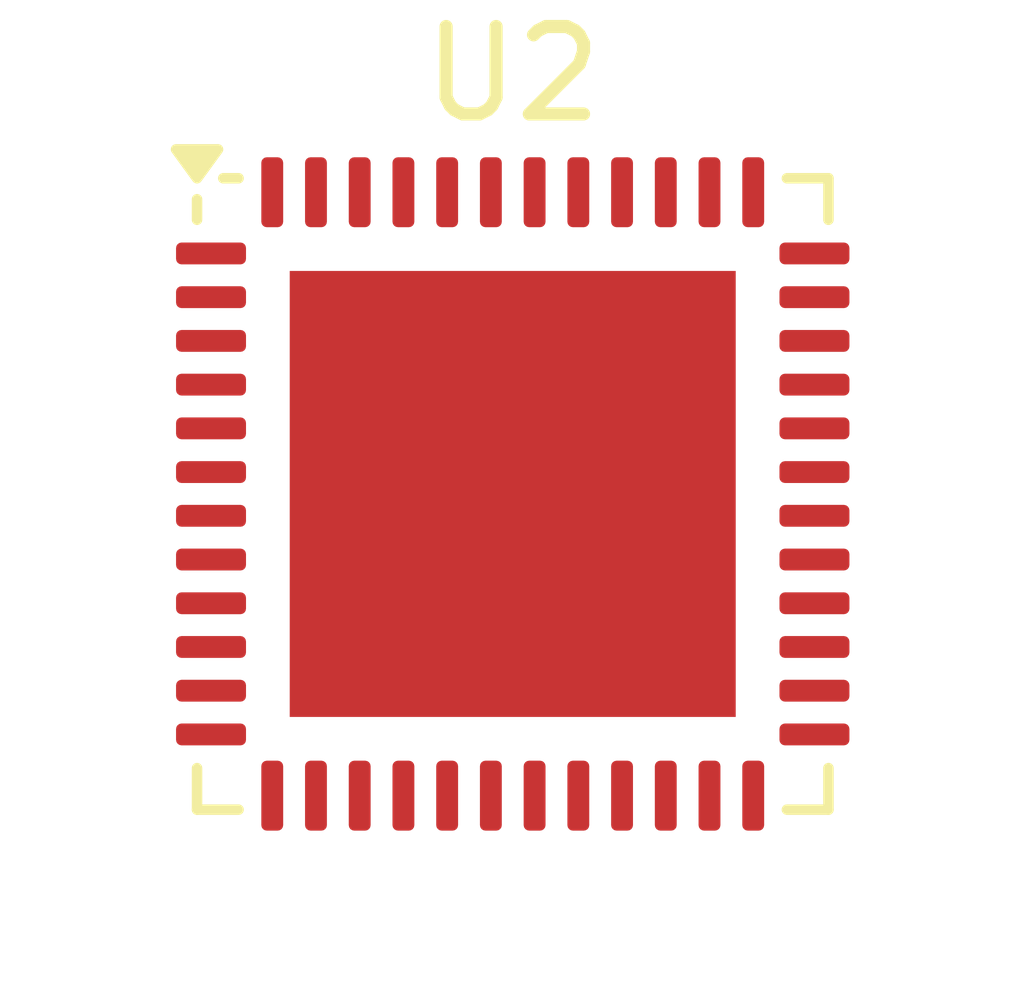
<source format=kicad_pcb>
(kicad_pcb (version 20241229) (generator "pcbnew") (generator_version "9.0")
  (layers (0 "F.Cu" signal) (2 "B.Cu" signal) (13 "F.Paste" user) (15 "B.Paste" user) (5 "F.SilkS" user "F.Silkscreen") (7 "B.SilkS" user "B.Silkscreen") (1 "F.Mask" user) (3 "B.Mask" user) (25 "Edge.Cuts" user))
  (net 0 "")
  (net 1 "TXCLKP")
  (net 2 "Net-(U2-DVDD)")
  (net 3 "FEA09")
  (net 4 "FEB09")
  (net 5 "GNDA")
  (net 6 "Net-(U2-AVDD0)")
  (net 7 "RXCLKP")
  (net 8 "RFP24")
  (net 9 "FEB24")
  (net 10 "RXCLKN")
  (net 11 "FEA24")
  (net 12 "GNDD")
  (net 13 "TXDN")
  (net 14 "TXDP")
  (net 15 "MISO")
  (net 16 "+3V3")
  (net 17 "RXDN09")
  (net 19 "RFN09")
  (net 20 "~{RSTN}")
  (net 22 "SCLK")
  (net 23 "TXCLKN")
  (net 24 "RXDP24")
  (net 26 "~{SELN}")
  (net 27 "Net-(U2-CLKO)")
  (net 28 "RXDP09")
  (net 29 "RFN24")
  (net 30 "MOSI")
  (net 31 "RXDN24")
  (net 32 "Net-(U2-AVDD1)")
  (net 33 "INTERRUPT")
  (net 34 "RFP09")
  (footprint "Package_DFN_QFN:QFN-48-1EP_7x7mm_P0.5mm_EP5.1x5.1mm" (layer "F.Cu") (at 154.37 83.08)
    (property "Reference" "U2" (at 0 -4.8 0) (layer "F.SilkS"))
    (property "Value" "AT86RF215-ZU")
    (fp_line (start -3.61 -3.135) (end -3.61 -3.37) (stroke (width 0.12)) (layer "F.SilkS"))
    (fp_line (start -3.61 3.61) (end -3.61 3.135) (stroke (width 0.12)) (layer "F.SilkS"))
    (fp_line (start -3.135 -3.61) (end -3.31 -3.61) (stroke (width 0.12)) (layer "F.SilkS"))
    (fp_line (start -3.135 3.61) (end -3.61 3.61) (stroke (width 0.12)) (layer "F.SilkS"))
    (fp_line (start 3.135 -3.61) (end 3.61 -3.61) (stroke (width 0.12)) (layer "F.SilkS"))
    (fp_line (start 3.135 3.61) (end 3.61 3.61) (stroke (width 0.12)) (layer "F.SilkS"))
    (fp_line (start 3.61 -3.61) (end 3.61 -3.135) (stroke (width 0.12)) (layer "F.SilkS"))
    (fp_line (start 3.61 3.61) (end 3.61 3.135) (stroke (width 0.12)) (layer "F.SilkS"))
    (fp_poly (pts (xy -3.61 -3.61) (xy -3.85 -3.94) (xy -3.37 -3.94)) (stroke (width 0.12)) (fill yes) (layer "F.SilkS"))
    (pad "1" smd roundrect (at -3.45 -2.75) (size 0.8 0.25) (layers "F.Cu" "F.Mask" "F.Paste") (net 11 "FEA24"))
    (pad "2" smd roundrect (at -3.45 -2.25) (size 0.8 0.25) (layers "F.Cu" "F.Mask" "F.Paste") (net 9 "FEB24"))
    (pad "3" smd roundrect (at -3.45 -1.75) (size 0.8 0.25) (layers "F.Cu" "F.Mask" "F.Paste") (net 5 "GNDA"))
    (pad "4" smd roundrect (at -3.45 -1.25) (size 0.8 0.25) (layers "F.Cu" "F.Mask" "F.Paste") (net 8 "RFP24"))
    (pad "5" smd roundrect (at -3.45 -0.75) (size 0.8 0.25) (layers "F.Cu" "F.Mask" "F.Paste") (net 29 "RFN24"))
    (pad "6" smd roundrect (at -3.45 -0.25) (size 0.8 0.25) (layers "F.Cu" "F.Mask" "F.Paste") (net 5 "GNDA"))
    (pad "7" smd roundrect (at -3.45 0.25) (size 0.8 0.25) (layers "F.Cu" "F.Mask" "F.Paste") (net 5 "GNDA"))
    (pad "8" smd roundrect (at -3.45 0.75) (size 0.8 0.25) (layers "F.Cu" "F.Mask" "F.Paste") (net 34 "RFP09"))
    (pad "9" smd roundrect (at -3.45 1.25) (size 0.8 0.25) (layers "F.Cu" "F.Mask" "F.Paste") (net 19 "RFN09"))
    (pad "10" smd roundrect (at -3.45 1.75) (size 0.8 0.25) (layers "F.Cu" "F.Mask" "F.Paste") (net 5 "GNDA"))
    (pad "11" smd roundrect (at -3.45 2.25) (size 0.8 0.25) (layers "F.Cu" "F.Mask" "F.Paste") (net 3 "FEA09"))
    (pad "12" smd roundrect (at -3.45 2.75) (size 0.8 0.25) (layers "F.Cu" "F.Mask" "F.Paste") (net 4 "FEB09"))
    (pad "13" smd roundrect (at -2.75 3.45) (size 0.25 0.8) (layers "F.Cu" "F.Mask" "F.Paste") (net 20 "~{RSTN}"))
    (pad "14" smd roundrect (at -2.25 3.45) (size 0.25 0.8) (layers "F.Cu" "F.Mask" "F.Paste") (net 6 "Net-(U2-AVDD0)"))
    (pad "15" smd roundrect (at -1.75 3.45) (size 0.25 0.8) (layers "F.Cu" "F.Mask" "F.Paste") (net 16 "+3V3"))
    (pad "16" smd roundrect (at -1.25 3.45) (size 0.25 0.8) (layers "F.Cu" "F.Mask" "F.Paste") (net 5 "GNDA"))
    (pad "17" smd roundrect (at -0.75 3.45) (size 0.25 0.8) (layers "F.Cu" "F.Mask" "F.Paste"))
    (pad "18" smd roundrect (at -0.25 3.45) (size 0.25 0.8) (layers "F.Cu" "F.Mask" "F.Paste"))
    (pad "19" smd roundrect (at 0.25 3.45) (size 0.25 0.8) (layers "F.Cu" "F.Mask" "F.Paste") (net 5 "GNDA"))
    (pad "20" smd roundrect (at 0.75 3.45) (size 0.25 0.8) (layers "F.Cu" "F.Mask" "F.Paste") (net 12 "GNDD"))
    (pad "21" smd roundrect (at 1.25 3.45) (size 0.25 0.8) (layers "F.Cu" "F.Mask" "F.Paste") (net 16 "+3V3"))
    (pad "22" smd roundrect (at 1.75 3.45) (size 0.25 0.8) (layers "F.Cu" "F.Mask" "F.Paste") (net 27 "Net-(U2-CLKO)"))
    (pad "23" smd roundrect (at 2.25 3.45) (size 0.25 0.8) (layers "F.Cu" "F.Mask" "F.Paste"))
    (pad "24" smd roundrect (at 2.75 3.45) (size 0.25 0.8) (layers "F.Cu" "F.Mask" "F.Paste") (net 12 "GNDD"))
    (pad "25" smd roundrect (at 3.45 2.75) (size 0.8 0.25) (layers "F.Cu" "F.Mask" "F.Paste") (net 23 "TXCLKN"))
    (pad "26" smd roundrect (at 3.45 2.25) (size 0.8 0.25) (layers "F.Cu" "F.Mask" "F.Paste") (net 1 "TXCLKP"))
    (pad "27" smd roundrect (at 3.45 1.75) (size 0.8 0.25) (layers "F.Cu" "F.Mask" "F.Paste") (net 13 "TXDN"))
    (pad "28" smd roundrect (at 3.45 1.25) (size 0.8 0.25) (layers "F.Cu" "F.Mask" "F.Paste") (net 14 "TXDP"))
    (pad "29" smd roundrect (at 3.45 0.75) (size 0.8 0.25) (layers "F.Cu" "F.Mask" "F.Paste") (net 16 "+3V3"))
    (pad "30" smd roundrect (at 3.45 0.25) (size 0.8 0.25) (layers "F.Cu" "F.Mask" "F.Paste") (net 28 "RXDP09"))
    (pad "31" smd roundrect (at 3.45 -0.25) (size 0.8 0.25) (layers "F.Cu" "F.Mask" "F.Paste") (net 17 "RXDN09"))
    (pad "32" smd roundrect (at 3.45 -0.75) (size 0.8 0.25) (layers "F.Cu" "F.Mask" "F.Paste") (net 12 "GNDD"))
    (pad "33" smd roundrect (at 3.45 -1.25) (size 0.8 0.25) (layers "F.Cu" "F.Mask" "F.Paste") (net 10 "RXCLKN"))
    (pad "34" smd roundrect (at 3.45 -1.75) (size 0.8 0.25) (layers "F.Cu" "F.Mask" "F.Paste") (net 7 "RXCLKP"))
    (pad "35" smd roundrect (at 3.45 -2.25) (size 0.8 0.25) (layers "F.Cu" "F.Mask" "F.Paste") (net 31 "RXDN24"))
    (pad "36" smd roundrect (at 3.45 -2.75) (size 0.8 0.25) (layers "F.Cu" "F.Mask" "F.Paste") (net 24 "RXDP24"))
    (pad "37" smd roundrect (at 2.75 -3.45) (size 0.25 0.8) (layers "F.Cu" "F.Mask" "F.Paste") (net 2 "Net-(U2-DVDD)"))
    (pad "38" smd roundrect (at 2.25 -3.45) (size 0.25 0.8) (layers "F.Cu" "F.Mask" "F.Paste") (net 12 "GNDD"))
    (pad "39" smd roundrect (at 1.75 -3.45) (size 0.25 0.8) (layers "F.Cu" "F.Mask" "F.Paste") (net 16 "+3V3"))
    (pad "40" smd roundrect (at 1.25 -3.45) (size 0.25 0.8) (layers "F.Cu" "F.Mask" "F.Paste") (net 33 "INTERRUPT"))
    (pad "41" smd roundrect (at 0.75 -3.45) (size 0.25 0.8) (layers "F.Cu" "F.Mask" "F.Paste") (net 22 "SCLK"))
    (pad "42" smd roundrect (at 0.25 -3.45) (size 0.25 0.8) (layers "F.Cu" "F.Mask" "F.Paste") (net 26 "~{SELN}"))
    (pad "43" smd roundrect (at -0.25 -3.45) (size 0.25 0.8) (layers "F.Cu" "F.Mask" "F.Paste") (net 30 "MOSI"))
    (pad "44" smd roundrect (at -0.75 -3.45) (size 0.25 0.8) (layers "F.Cu" "F.Mask" "F.Paste") (net 15 "MISO"))
    (pad "45" smd roundrect (at -1.25 -3.45) (size 0.25 0.8) (layers "F.Cu" "F.Mask" "F.Paste") (net 5 "GNDA"))
    (pad "46" smd roundrect (at -1.75 -3.45) (size 0.25 0.8) (layers "F.Cu" "F.Mask" "F.Paste") (net 16 "+3V3"))
    (pad "47" smd roundrect (at -2.25 -3.45) (size 0.25 0.8) (layers "F.Cu" "F.Mask" "F.Paste") (net 32 "Net-(U2-AVDD1)"))
    (pad "48" smd roundrect (at -2.75 -3.45) (size 0.25 0.8) (layers "F.Cu" "F.Mask" "F.Paste") (net 5 "GNDA"))
    (pad "49" smd rect (at 0 0) (size 5.1 5.1) (property pad_prop_heatsink) (layers "F.Cu" "F.Mask") (net 5 "GNDA"))
  )
)
</source>
